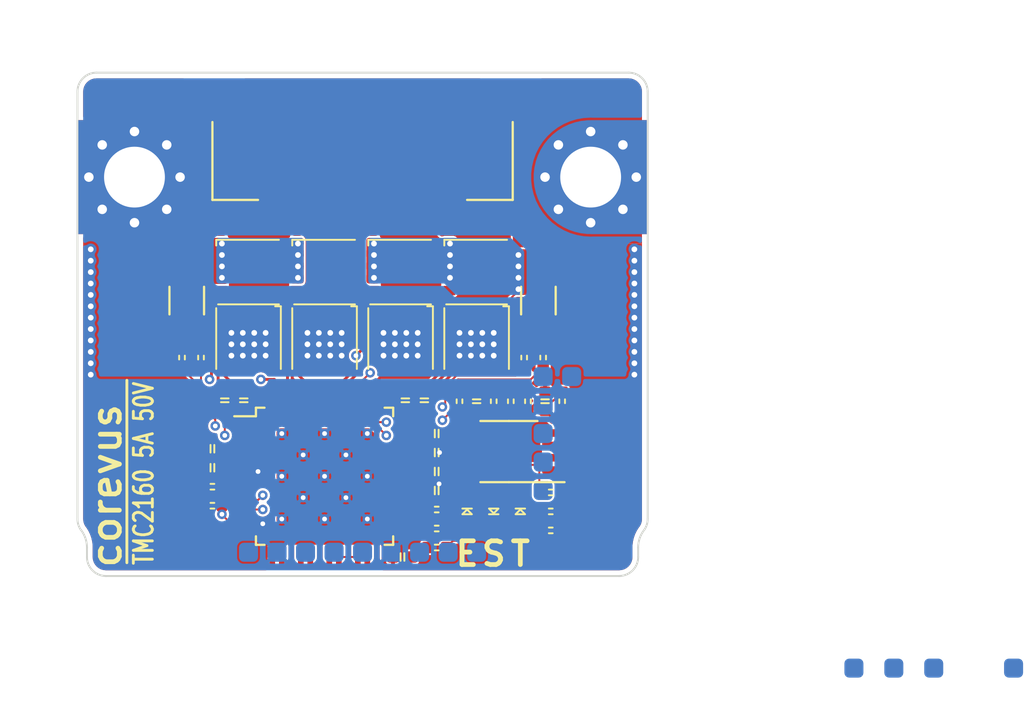
<source format=kicad_pcb>
(kicad_pcb (version 20221018) (generator pcbnew)
  (layers (0 "F.Cu" signal) (1 "In1.Cu" power) (2 "In2.Cu" power) (31 "B.Cu" signal) (34 "B.Paste" user) (35 "F.Paste" user) (36 "B.SilkS" user "B.Silkscreen") (37 "F.SilkS" user "F.Silkscreen") (38 "B.Mask" user) (39 "F.Mask" user) (44 "Edge.Cuts" user))
  (net 0 "")
  (net 1 "Net-(U1-VCP)")
  (net 2 "Net-(U1-CPO)")
  (net 3 "Net-(U1-CPI)")
  (net 4 "GND")
  (net 5 "/Clk")
  (net 6 "/Step")
  (net 7 "/Dir")
  (net 8 "Net-(U1-5VOUT)")
  (net 9 "+12V")
  (net 10 "/Diag0")
  (net 11 "/Diag1")
  (net 12 "/~{En}")
  (net 13 "+48V")
  (net 14 "Net-(U1-CB1)")
  (net 15 "Net-(U1-CB2)")
  (net 16 "/~{CS}")
  (net 17 "/SCK")
  (net 18 "/SDI")
  (net 19 "/SDO")
  (net 20 "/ENCB")
  (net 21 "/ENCA")
  (net 22 "/ENCN")
  (net 23 "VCC")
  (net 24 "Net-(U1-CA1)")
  (net 25 "Net-(D1-K)")
  (net 26 "Net-(U1-CA2)")
  (net 30 "/B1")
  (net 31 "/B2")
  (net 32 "/A1")
  (net 33 "/A2")
  (net 34 "/HB1")
  (net 35 "Net-(Q2-S-Pad1)")
  (net 36 "/LB1")
  (net 37 "/HB2")
  (net 38 "/LB2")
  (net 39 "/HA1")
  (net 40 "Net-(Q6-S-Pad1)")
  (net 41 "/LA1")
  (net 42 "/HA2")
  (net 43 "/LA2")
  (net 44 "/SRBH")
  (net 45 "/SRBL")
  (net 46 "/SRAH")
  (net 47 "/SRAL")
  (net 48 "Net-(U2A--)")
  (net 49 "Net-(D2-K)")
  (net 50 "Net-(U2A-+)")
  (net 51 "/THERM")
  (net 52 "Net-(U1-VCC)")
  (net 53 "Net-(R14-Pad2)")
  (net 54 "Net-(D3-K)")
  (net 55 "Net-(D3-A)")
  (footprint "AlphaLib:0402C" (layer "F.Cu") (at 138.9 79)
    (fp_text reference "C7" hide)
    (fp_text value "100nF 100V")
  )
  (footprint "corevus:MOSFET_DFN8" (layer "F.Cu") (at 141 69.5 -90)
    (fp_text reference "Q8" hide)
    (fp_text value "30N06")
  )
  (footprint "corevus:MOSFET_DFN8" (layer "F.Cu") (at 133 69.5 -90)
    (fp_text reference "Q4" hide)
    (fp_text value "30N06")
  )
  (footprint "corevus:XKB_X3025WRS-04D" (layer "F.Cu") (at 135 60.3)
    (fp_text reference "M1" hide)
    (fp_text value "Micro-Fit 3.0")
  )
  (footprint "corevus:MountingHole_M3_Driver" (layer "F.Cu") (at 147 64.5 -90)
    (fp_text reference "H2" hide)
    (fp_text value "Gnd")
  )
  (footprint "AlphaLib:0603LED" (layer "F.Cu") (at 140.5 82.1 -90)
    (fp_text reference "D1" hide)
    (fp_text value "G")
  )
  (footprint "AlphaLib:0402R" (layer "F.Cu") (at 144.5 74 -90)
    (fp_text reference "R12" hide)
    (fp_text value "47Ω")
  )
  (footprint "AlphaLib:0402C" (layer "F.Cu") (at 138.9 81 180)
    (fp_text reference "C5" hide)
    (fp_text value "1µF")
  )
  (footprint "AlphaLib:0402R" (layer "F.Cu") (at 126.5 74 -90)
    (fp_text reference "R8" hide)
    (fp_text value "47Ω")
  )
  (footprint "AlphaLib:0603LED" (layer "F.Cu") (at 143.3 82.1 -90)
    (fp_text reference "D3" hide)
    (fp_text value "R")
  )
  (footprint "AlphaLib:0402R" (layer "F.Cu") (at 145.5 76.3 -90)
    (fp_text reference "R7" hide)
    (fp_text value "CkΩ")
  )
  (footprint "AlphaLib:0402C" (layer "F.Cu") (at 127.75 76.25 90)
    (fp_text reference "C8" hide)
    (fp_text value "1μF")
  )
  (footprint "corevus:MOSFET_DFN8" (layer "F.Cu") (at 137 73 180)
    (fp_text reference "Q5" hide)
    (fp_text value "30N06")
  )
  (footprint "corevus:MOSFET_DFN8" (layer "F.Cu") (at 129 73 180)
    (fp_text reference "Q1" hide)
    (fp_text value "30N06")
  )
  (footprint "AlphaLib:0402R" (layer "F.Cu") (at 125.5 74 -90)
    (fp_text reference "R9" hide)
    (fp_text value "47Ω")
  )
  (footprint "AlphaLib:0402C" (layer "F.Cu") (at 138.9 80)
    (fp_text reference "C2" hide)
    (fp_text value "22nF 100V")
  )
  (footprint "AlphaLib:0402R" (layer "F.Cu") (at 127.1 80.8 180)
    (fp_text reference "R4" hide)
    (fp_text value "2.2Ω")
  )
  (footprint "AlphaLib:0402R" (layer "F.Cu") (at 140.1 76.3 90)
    (fp_text reference "TH1" hide)
    (fp_text value "10kΩ 3950K")
  )
  (footprint "AlphaLib:0402C" (layer "F.Cu") (at 127.1 78.8 180)
    (fp_text reference "C6" hide)
    (fp_text value "1μF")
  )
  (footprint "AlphaLib:0402R" (layer "F.Cu") (at 127.1 81.8 180)
    (fp_text reference "R3" hide)
    (fp_text value "10kΩ")
  )
  (footprint "AlphaLib:0402C" (layer "F.Cu") (at 127.1 79.8)
    (fp_text reference "C4" hide)
    (fp_text value "1μF")
  )
  (footprint "AlphaLib:0402C" (layer "F.Cu") (at 144.6 76.3 90)
    (fp_text reference "C12" hide)
    (fp_text value "4.7nF")
  )
  (footprint "corevus:MountingHole_M3_Driver" (layer "F.Cu") (at 123 64.5 90)
    (fp_text reference "H1" hide)
    (fp_text value "VM")
  )
  (footprint "AlphaLib:0402C" (layer "F.Cu") (at 138.25 76.25 90)
    (fp_text reference "C11" hide)
    (fp_text value "1μF")
  )
  (footprint "corevus:MOSFET_DFN8" (layer "F.Cu") (at 129 69.5 -90)
    (fp_text reference "Q2" hide)
    (fp_text value "30N06")
  )
  (footprint "AlphaLib:0603LED" (layer "F.Cu") (at 141.9 82.1 90)
    (fp_text reference "D2" hide)
    (fp_text value "Y")
  )
  (footprint "AlphaLib:0402R" (layer "F.Cu") (at 144.9 82.1)
    (fp_text reference "R14" hide)
    (fp_text value "DkΩ")
  )
  (footprint "AlphaLib:0402R" (layer "F.Cu") (at 138.9 84 180)
    (fp_text reference "R16" hide)
    (fp_text value "1kΩ")
  )
  (footprint "corevus:TMCx160" (layer "F.Cu") (at 133 80.25)
    (fp_text reference "U1" hide)
    (fp_text value "TMC2160")
  )
  (footprint "AlphaLib:0402R" (layer "F.Cu") (at 144.9 83.1 180)
    (fp_text reference "R17" hide)
    (fp_text value "200Ω")
  )
  (footprint "AlphaLib:0402R" (layer "F.Cu") (at 141.9 76.3 90)
    (fp_text reference "R20" hide)
    (fp_text value "4.7kΩ")
  )
  (footprint "AlphaLib:0402R" (layer "F.Cu") (at 143.7 76.3 90)
    (fp_text reference "R6" hide)
    (fp_text value "BkΩ")
  )
  (footprint "AlphaLib:0402C" (layer "F.Cu") (at 128.75 76.25 90)
    (fp_text reference "C9" hide)
    (fp_text value "1μF")
  )
  (footprint "corevus:MOSFET_DFN8" (layer "F.Cu") (at 133 73 180)
    (fp_text reference "Q3" hide)
    (fp_text value "30N06")
  )
  (footprint "AlphaLib:0402R" (layer "F.Cu") (at 143.5 74 -90)
    (fp_text reference "R11" hide)
    (fp_text value "47Ω")
  )
  (footprint "corevus:MOSFET_DFN8" (layer "F.Cu") (at 141 73 180)
    (fp_text reference "Q7" hide)
    (fp_text value "30N06")
  )
  (footprint "AlphaLib:0402R" (layer "F.Cu") (at 142.8 76.3 90)
    (fp_text reference "R5" hide)
    (fp_text value "AkΩ")
  )
  (footprint "AlphaLib:0402C" (layer "F.Cu") (at 141 76.3 90)
    (fp_text reference "C13" hide)
    (fp_text value "10nF")
  )
  (footprint "Resistor_SMD:R_1206_3216Metric" (layer "F.Cu") (at 144.25 71 -90)
    (fp_text reference "R13" hide)
    (fp_text value "30mΩ")
  )
  (footprint "AlphaLib:0402R" (layer "F.Cu") (at 144.9 81.1 180)
    (fp_text reference "R15" hide)
    (fp_text value "EkΩ")
  )
  (footprint "corevus:MOSFET_DFN8" (layer "F.Cu") (at 137 69.5 -90)
    (fp_text reference "Q6" hide)
    (fp_text value "30N06")
  )
  (footprint "AlphaLib:0402C" (layer "F.Cu") (at 137.1 84.5)
    (fp_text reference "C3" hide)
    (fp_text value "1µF")
  )
  (footprint "AlphaLib:0402R" (layer "F.Cu") (at 138.9 82 180)
    (fp_text reference "R1" hide)
    (fp_text value "1kΩ")
  )
  (footprint "AlphaLib:0402C" (layer "F.Cu") (at 137.25 76.25 90)
    (fp_text reference "C10" hide)
    (fp_text value "1μF")
  )
  (footprint "Package_SO:MSOP-8_3x3mm_P0.65mm" (layer "F.Cu") (at 142.7 78.95 180)
    (fp_text reference "U2" hide)
    (fp_text value "LM393")
  )
  (footprint "AlphaLib:0402R" (layer "F.Cu") (at 138.9 83)
    (fp_text reference "R2" hide)
    (fp_text value "10kΩ")
  )
  (footprint "Resistor_SMD:R_1206_3216Metric" (layer "F.Cu") (at 125.75 71 -90)
    (fp_text reference "R10" hide)
    (fp_text value "30mΩ")
  )
  (footprint "AlphaLib:0402C" (layer "F.Cu") (at 138.9 78)
    (fp_text reference "C1" hide)
    (fp_text value "100nF 16V")
  )
  (footprint "corevus:LGA_Land" (layer "B.Cu") (at 162.95 90.35 180)
    (fp_text reference "T20" hide)
    (fp_text value "ENCB")
  )
  (footprint "corevus:LGA_Land" (layer "B.Cu") (at 130.5 84.25 180)
    (fp_text reference "T1" hide)
    (fp_text value "GND")
  )
  (footprint "corevus:LGA_Land" (layer "B.Cu") (at 169.25 90.35 180)
    (fp_text reference "T17" hide)
    (fp_text value "DIAG0")
  )
  (footprint "corevus:LGA_Land" (layer "B.Cu") (at 139.5 84.25 180)
    (fp_text reference "T8" hide)
    (fp_text value "VCC")
  )
  (footprint "corevus:LGA_Land" (layer "B.Cu") (at 144.5 81 90)
    (fp_text reference "T10" hide)
    (fp_text value "CS0")
  )
  (footprint "corevus:LGA_Land" (layer "B.Cu") (at 135 84.25 180)
    (fp_text reference "T7" hide)
    (fp_text value "SDO")
  )
  (footprint "corevus:LGA_Land" (layer "B.Cu") (at 144.5 79.500001 90)
    (fp_text reference "T14" hide)
    (fp_text value "EN")
  )
  (footprint "corevus:LGA_Land" (layer "B.Cu") (at 146 75 -90)
    (fp_text reference "T18" hide)
    (fp_text value "DIAG1")
  )
  (footprint "corevus:LGA_Land" (layer "B.Cu") (at 160.85 90.35 180)
    (fp_text reference "T21" hide)
    (fp_text value "ENCN")
  )
  (footprint "corevus:LGA_Land" (layer "B.Cu") (at 138 84.25 180)
    (fp_text reference "T6" hide)
    (fp_text value "SDI")
  )
  (footprint "corevus:LGA_Land" (layer "B.Cu") (at 144.5 78 90)
    (fp_text reference "T13" hide)
    (fp_text value "DIR")
  )
  (footprint "corevus:LGA_Land" (layer "B.Cu") (at 132 84.25 180)
    (fp_text reference "T3" hide)
    (fp_text value "12V")
  )
  (footprint "corevus:LGA_Land" (layer "B.Cu") (at 129 84.25 180)
    (fp_text reference "T2" hide)
    (fp_text value "CLK")
  )
  (footprint "corevus:LGA_Land" (layer "B.Cu") (at 144.5 75 90)
    (fp_text reference "T11" hide)
    (fp_text value "STEP")
  )
  (footprint "corevus:LGA_Land" (layer "B.Cu") (at 133.5 84.25 180)
    (fp_text reference "T4" hide)
    (fp_text value "SCK")
  )
  (footprint "corevus:LGA_Land" (layer "B.Cu") (at 136.5 84.25 180)
    (fp_text reference "T5" hide)
    (fp_text value "GND")
  )
  (footprint "corevus:LGA_Land" (layer "B.Cu") (at 144.5 76.5 90)
    (fp_text reference "T12" hide)
    (fp_text value "GND")
  )
  (footprint "corevus:LGA_Land" (layer "B.Cu") (at 165.05 90.35 180)
    (fp_text reference "T19" hide)
    (fp_text value "ENCA")
  )
  (footprint "corevus:LGA_Land" (layer "B.Cu") (at 141 84.25 180)
    (fp_text reference "T9" hide)
    (fp_text value "Therm")
  )
  (gr_line (start 122.6 84.8) (end 122.6 75.2) (stroke (width 0.15)) (layer "F.SilkS"))
  (gr_line (start 121 59) (end 149 59) (stroke (width 0.1)) (layer "Edge.Cuts"))
  (gr_arc (start 150 82.5) (mid 149.957092 82.789784) (end 149.83205 83.0547) (stroke (width 0.1)) (layer "Edge.Cuts"))
  (gr_arc (start 120 60) (mid 120.292893 59.292893) (end 121 59) (stroke (width 0.1)) (layer "Edge.Cuts"))
  (gr_line (start 120 82.5) (end 120 60) (stroke (width 0.1)) (layer "Edge.Cuts"))
  (gr_line (start 148.5 85.5) (end 121.5 85.5) (stroke (width 0.1)) (layer "Edge.Cuts"))
  (gr_line (start 120.5 84) (end 120.5 84.5) (stroke (width 0.1)) (layer "Edge.Cuts"))
  (gr_line (start 150 60) (end 150 82.5) (stroke (width 0.1)) (layer "Edge.Cuts"))
  (gr_arc (start 149.5 84) (mid 149.585426 83.499038) (end 149.83205 83.0547) (stroke (width 0.1)) (layer "Edge.Cuts"))
  (gr_line (start 149.5 84) (end 149.5 84.5) (stroke (width 0.1)) (layer "Edge.Cuts"))
  (gr_arc (start 120.16795 83.0547) (mid 120.414573 83.499039) (end 120.5 84) (stroke (width 0.1)) (layer "Edge.Cuts"))
  (gr_arc (start 120.16795 83.0547) (mid 120.042908 82.789784) (end 120 82.5) (stroke (width 0.1)) (layer "Edge.Cuts"))
  (gr_arc (start 121.5 85.5) (mid 120.792893 85.207107) (end 120.5 84.5) (stroke (width 0.1)) (layer "Edge.Cuts"))
  (gr_arc (start 149 59) (mid 149.707107 59.292893) (end 150 60) (stroke (width 0.1)) (layer "Edge.Cuts"))
  (gr_arc (start 149.5 84.5) (mid 149.207107 85.207106) (end 148.500001 85.5) (stroke (width 0.1)) (layer "Edge.Cuts"))
  (gr_text "T" (at 143.3 83.6) (layer "F.SilkS") (effects (font (size 1.25 1.25) (thickness 0.25) bold) (justify top)))
  (gr_text "E" (at 140.5 83.6) (layer "F.SilkS") (effects (font (size 1.25 1.25) (thickness 0.25) bold) (justify top)))
  (gr_text "S" (at 141.9 83.6) (layer "F.SilkS") (effects (font (size 1.25 1.25) (thickness 0.25) bold) (justify top)))
  (gr_text "corevus" (at 122.4 85.2 90) (layer "F.SilkS") (effects (font (size 1.5 1.5) (thickness 0.25) bold) (justify left bottom)))
  (gr_text "TMC2160 5A 50V" (at 122.9 85 90) (layer "F.SilkS") (effects (font (size 1 0.75)) (justify left top)))
  (segment (start 137.25 78.5) (end 137.9 78.5) (width 0.15) (layer "F.Cu") (net 1))
  (segment (start 137.9 78.5) (end 138.4 78) (width 0.15) (layer "F.Cu") (net 1))
  (segment (start 137.25 80) (end 138.4 80) (width 0.15) (layer "F.Cu") (net 2))
  (segment (start 137.25 79.5) (end 138.9 79.5) (width 0.15) (layer "F.Cu") (net 3))
  (segment (start 138.9 79.5) (end 139.4 80) (width 0.15) (layer "F.Cu") (net 3))
  (segment (start 128.75 82.5) (end 129.5 82.5) (width 0.1) (layer "F.Cu") (net 4))
  (segment (start 129.5 82.5) (end 129.75 82.75) (width 0.1) (layer "F.Cu") (net 4))
  (segment (start 139.4 79) (end 139.05 79) (width 0.1) (layer "F.Cu") (net 4))
  (segment (start 128.75 80) (end 129.5 80) (width 0.1) (layer "F.Cu") (net 4))
  (via (at 149.3 72.5) (size 0.6) (drill 0.3) (layers "F.Cu" "B.Cu") (net 4))
  (via (at 139.05 79) (size 0.5) (drill 0.25) (layers "F.Cu" "B.Cu") (net 4))
  (via (at 129.5 80) (size 0.5) (drill 0.25) (layers "F.Cu" "B.Cu") (net 4))
  (via (at 149.3 68.3) (size 0.6) (drill 0.3) (layers "F.Cu" "B.Cu") (net 4))
  (via (at 120.7 72.5) (size 0.6) (drill 0.3) (layers "F.Cu" "B.Cu") (net 4))
  (via (at 120.7 68.3) (size 0.6) (drill 0.3) (layers "F.Cu" "B.Cu") (net 4))
  (via (at 120.7 69.5) (size 0.6) (drill 0.3) (layers "F.Cu" "B.Cu") (net 4))
  (via (at 120.7 70.7) (size 0.6) (drill 0.3) (layers "F.Cu" "B.Cu") (net 4))
  (via (at 149.3 73.7) (size 0.6) (drill 0.3) (layers "F.Cu" "B.Cu") (net 4))
  (via (at 149.3 70.7) (size 0.6) (drill 0.3) (layers "F.Cu" "B.Cu") (net 4))
  (via (at 149.3 69.5) (size 0.6) (drill 0.3) (layers "F.Cu" "B.Cu") (net 4))
  (via (at 120.7 68.9) (size 0.6) (drill 0.3) (layers "F.Cu" "B.Cu") (net 4))
  (via (at 120.7 70.1) (size 0.6) (drill 0.3) (layers "F.Cu" "B.Cu") (net 4))
  (via (at 120.7 73.7) (size 0.6) (drill 0.3) (layers "F.Cu" "B.Cu") (net 4))
  (via (at 149.3 68.9) (size 0.6) (drill 0.3) (layers "F.Cu" "B.Cu") (net 4))
  (via (at 149.3 74.9) (size 0.6) (drill 0.3) (layers "F.Cu" "B.Cu") (net 4))
  (via (at 139.025 80.65) (size 0.5) (drill 0.25) (layers "F.Cu" "B.Cu") (net 4))
  (via (at 149.3 71.3) (size 0.6) (drill 0.3) (layers "F.Cu" "B.Cu") (net 4))
  (via (at 120.7 71.3) (size 0.6) (drill 0.3) (layers "F.Cu" "B.Cu") (net 4))
  (via (at 120.7 71.9) (size 0.6) (drill 0.3) (layers "F.Cu" "B.Cu") (net 4))
  (via (at 149.3 70.1) (size 0.6) (drill 0.3) (layers "F.Cu" "B.Cu") (net 4))
  (via (at 149.3 71.9) (size 0.6) (drill 0.3) (layers "F.Cu" "B.Cu") (net 4))
  (via (at 149.3 74.3) (size 0.6) (drill 0.3) (layers "F.Cu" "B.Cu") (net 4))
  (via (at 120.7 74.9) (size 0.6) (drill 0.3) (layers "F.Cu" "B.Cu") (net 4))
  (via (at 120.7 73.1) (size 0.6) (drill 0.3) (layers "F.Cu" "B.Cu") (net 4))
  (via (at 129.75 82.75) (size 0.5) (drill 0.25) (layers "F.Cu" "B.Cu") (net 4))
  (via (at 149.3 73.1) (size 0.6) (drill 0.3) (layers "F.Cu" "B.Cu") (net 4))
  (via (at 120.7 74.3) (size 0.6) (drill 0.3) (layers "F.Cu" "B.Cu") (net 4))
  (segment (start 127.6 82.25) (end 127.6 82.268198) (width 0.1) (layer "F.Cu") (net 5))
  (segment (start 127.6 82.268198) (end 128.331802 83) (width 0.1) (layer "F.Cu") (net 5))
  (segment (start 128.331802 83) (end 128.75 83) (width 0.1) (layer "F.Cu") (net 5))
  (segment (start 127.6 82.25) (end 127.6 81.8) (width 0.1) (layer "F.Cu") (net 5))
  (via (at 127.6 82.25) (size 0.5) (drill 0.25) (layers "F.Cu" "B.Cu") (net 5))
  (segment (start 127.6 80.8) (end 127.6 79.8) (width 0.1) (layer "F.Cu") (net 8))
  (segment (start 128.75 79.5) (end 127.9 79.5) (width 0.1) (layer "F.Cu") (net 8))
  (segment (start 127.9 79.5) (end 127.6 79.8) (width 0.1) (layer "F.Cu") (net 8))
  (segment (start 127.9 78.5) (end 127.6 78.8) (width 0.1) (layer "F.Cu") (net 9))
  (segment (start 128.75 78.5) (end 127.9 78.5) (width 0.1) (layer "F.Cu") (net 9))
  (segment (start 127.8 79) (end 127.6 78.8) (width 0.1) (layer "F.Cu") (net 9))
  (segment (start 128.75 79) (end 127.8 79) (width 0.1) (layer "F.Cu") (net 9))
  (segment (start 128.75 78.5) (end 128.75 79) (width 0.1) (layer "F.Cu") (net 9))
  (segment (start 137.25 81.5) (end 137.35 81.6) (width 0.1) (layer "F.Cu") (net 12))
  (segment (start 138.4 82) (end 139.4 83) (width 0.1) (layer "F.Cu") (net 12))
  (segment (start 138 81.6) (end 138.4 82) (width 0.1) (layer "F.Cu") (net 12))
  (segment (start 137.35 81.6) (end 138 81.6) (width 0.1) (layer "F.Cu") (net 12))
  (segment (start 138.85 78) (end 138.85 78.55) (width 0.15) (layer "F.Cu") (net 13))
  (segment (start 139.4 78) (end 138.85 78) (width 0.15) (layer "F.Cu") (net 13))
  (segment (start 137.25 79) (end 138.4 79) (width 0.15) (layer "F.Cu") (net 13))
  (segment (start 138.975 75.595404) (end 138.975 76.142464) (width 0.15) (layer "F.Cu") (net 13))
  (segment (start 138.725 77.56109) (end 138.85 77.68609) (width 0.15) (layer "F.Cu") (net 13))
  (segment (start 140.025 74.45) (end 140.025 74.545404) (width 0.15) (layer "F.Cu") (net 13))
  (segment (start 138.975 76.142464) (end 138.725 76.392464) (width 0.15) (layer "F.Cu") (net 13))
  (segment (start 138.85 77.68609) (end 138.85 78) (width 0.15) (layer "F.Cu") (net 13))
  (segment (start 138.725 76.392464) (end 138.725 77.56109) (width 0.15) (layer "F.Cu") (net 13))
  (segment (start 140.025 74.545404) (end 138.975 75.595404) (width 0.15) (layer "F.Cu") (net 13))
  (segment (start 138.85 78.55) (end 138.4 79) (width 0.15) (layer "F.Cu") (net 13))
  (via (at 140.1 73.3) (size 0.6) (drill 0.3) (layers "F.Cu" "B.Cu") (net 13))
  (via (at 133.9 72.7) (size 0.6) (drill 0.3) (layers "F.Cu" "B.Cu") (net 13))
  (via (at 129.3 73.9) (size 0.6) (drill 0.3) (layers "F.Cu" "B.Cu") (net 13))
  (via (at 137.9 73.3) (size 0.6) (drill 0.3) (layers "F.Cu" "B.Cu") (net 13))
  (via (at 129.3 72.7) (size 0.6) (drill 0.3) (layers "F.Cu" "B.Cu") (net 13))
  (via (at 137.9 73.9) (size 0.6) (drill 0.3) (layers "F.Cu" "B.Cu") (net 13))
  (via (at 132.1 73.9) (size 0.6) (drill 0.3) (layers "F.Cu" "B.Cu") (net 13))
  (via (at 128.7 73.3) (size 0.6) (drill 0.3) (layers "F.Cu" "B.Cu") (net 13))
  (via (at 128.1 73.3) (size 0.6) (drill 0.3) (layers "F.Cu" "B.Cu") (net 13))
  (via (at 128.7 72.7) (size 0.6) (drill 0.3) (layers "F.Cu" "B.Cu") (net 13))
  (via (at 137.9 72.7) (size 0.6) (drill 0.3) (layers "F.Cu" "B.Cu") (net 13))
  (via (at 137.3 73.3) (size 0.6) (drill 0.3) (layers "F.Cu" "B.Cu") (net 13))
  (via (at 136.7 72.7) (size 0.6) (drill 0.3) (layers "F.Cu" "B.Cu") (net 13))
  (via (at 141.3 73.3) (size 0.6) (drill 0.3) (layers "F.Cu" "B.Cu") (net 13))
  (via (at 129.3 73.3) (size 0.6) (drill 0.3) (layers "F.Cu" "B.Cu") (net 13))
  (via (at 136.1 72.7) (size 0.6) (drill 0.3) (layers "F.Cu" "B.Cu") (net 13))
  (via (at 133.3 73.3) (size 0.6) (drill 0.3) (layers "F.Cu" "B.Cu") (net 13))
  (via (at 129.9 73.9) (size 0.6) (drill 0.3) (layers "F.Cu" "B.Cu") (net 13))
  (via (at 129.9 72.7) (size 0.6) (drill 0.3) (layers "F.Cu" "B.Cu") (net 13))
  (via (at 128.7 73.9) (size 0.6) (drill 0.3) (layers "F.Cu" "B.Cu") (net 13))
  (via (at 137.3 72.7) (size 0.6) (drill 0.3) (layers "F.Cu" "B.Cu") (net 13))
  (via (at 141.3 72.7) (size 0.6) (drill 0.3) (layers "F.Cu" "B.Cu") (net 13))
  (via (at 133.3 73.9) (size 0.6) (drill 0.3) (layers "F.Cu" "B.Cu") (net 13))
  (via (at 141.9 72.7) (size 0.6) (drill 0.3) (layers "F.Cu" "B.Cu") (net 13))
  (via (at 136.1 73.3) (size 0.6) (drill 0.3) (layers "F.Cu" "B.Cu") (net 13))
  (via (at 132.7 73.9) (size 0.6) (drill 0.3) (layers "F.Cu" "B.Cu") (net 13))
  (via (at 132.7 72.7) (size 0.6) (drill 0.3) (layers "F.Cu" "B.Cu") (net 13))
  (via (at 140.7 73.9) (size 0.6) (drill 0.3) (layers "F.Cu" "B.Cu") (net 13))
  (via (at 129.9 73.3) (size 0.6) (drill 0.3) (layers "F.Cu" "B.Cu") (net 13))
  (via (at 136.1 73.9) (size 0.6) (drill 0.3) (layers "F.Cu" "B.Cu") (net 13))
  (via (at 133.9 73.9) (size 0.6) (drill 0.3) (layers "F.Cu" "B.Cu") (net 13))
  (via (at 128.1 73.9) (size 0.6) (drill 0.3) (layers "F.Cu" "B.Cu") (net 13))
  (via (at 140.1 72.7) (size 0.6) (drill 0.3) (layers "F.Cu" "B.Cu") (net 13))
  (via (at 137.3 73.9) (size 0.6) (drill 0.3) (layers "F.Cu" "B.Cu") (net 13))
  (via (at 140.1 73.9) (size 0.6) (drill 0.3) (layers "F.Cu" "B.Cu") (net 13))
  (via (at 132.7 73.3) (size 0.6) (drill 0.3) (layers "F.Cu" "B.Cu") (net 13))
  (via (at 132.1 73.3) (size 0.6) (drill 0.3) (layers "F.Cu" "B.Cu") (net 13))
  (via (at 141.9 73.3) (size 0.6) (drill 0.3) (layers "F.Cu" "B.Cu") (net 13))
  (via (at 133.3 72.7) (size 0.6) (drill 0.3) (layers "F.Cu" "B.Cu") (net 13))
  (via (at 132.1 72.7) (size 0.6) (drill 0.3) (layers "F.Cu" "B.Cu") (net 13))
  (via (at 136.7 73.9) (size 0.6) (drill 0.3) (layers "F.Cu" "B.Cu") (net 13))
  (via (at 140.7 73.3) (size 0.6) (drill 0.3) (layers "F.Cu" "B.Cu") (net 13))
  (via (at 140.7 72.7) (size 0.6) (drill 0.3) (layers "F.Cu" "B.Cu") (net 13))
  (via (at 141.9 73.9) (size 0.6) (drill 0.3) (layers "F.Cu" "B.Cu") (net 13))
  (via (at 141.3 73.9) (size 0.6) (drill 0.3) (layers "F.Cu" "B.Cu") (net 13))
  (via (at 136.7 73.3) (size 0.6) (drill 0.3) (layers "F.Cu" "B.Cu") (net 13))
  (via (at 128.1 72.7) (size 0.6) (drill 0.3) (layers "F.Cu" "B.Cu") (net 13))
  (via (at 133.9 73.3) (size 0.6) (drill 0.3) (layers "F.Cu" "B.Cu") (net 13))
  (segment (start 127.975 77.678554) (end 127.975 76.975) (width 0.15) (layer "F.Cu") (net 14))
  (segment (start 128.75 78) (end 128.296446 78) (width 0.15) (layer "F.Cu") (net 14))
  (segment (start 127.975 76.975) (end 127.75 76.75) (width 0.15) (layer "F.Cu") (net 14))
  (segment (start 128.296446 78) (end 127.975 77.678554) (width 0.15) (layer "F.Cu") (net 14))
  (segment (start 132.75 76.45) (end 132.25 76.95) (width 0.1) (layer "F.Cu") (net 15))
  (segment (start 132.75 76) (end 132.75 76.45) (width 0.1) (layer "F.Cu") (net 15))
  (segment (start 128.95 76.95) (end 128.75 76.75) (width 0.1) (layer "F.Cu") (net 15))
  (segment (start 132.25 76.95) (end 128.95 76.95) (width 0.1) (layer "F.Cu") (net 15))
  (segment (start 141.9 75.8) (end 142.35 76.25) (width 0.1) (layer "F.Cu") (net 23))
  (segment (start 134.75 84.5) (end 134.25 84.5) (width 0.1) (layer "F.Cu") (net 23))
  (segment (start 140.45 82.85) (end 139.85 83.45) (width 0.1) (layer "F.Cu") (net 23))
  (segment (start 134.25 84.5) (end 133.75 84.5) (width 0.1) (layer "F.Cu") (net 23))
  (segment (start 141.85 81.45) (end 141.9 81.45) (width 0.1) (layer "F.Cu") (net 23))
  (segment (start 142.35 76.25) (end 142.35 76.9) (width 0.1) (layer "F.Cu") (net 23))
  (segment (start 142.35 76.25) (end 142.8 75.8) (width 0.1) (layer "F.Cu") (net 23))
  (segment (start 140.5 82.85) (end 140.45 82.85) (width 0.1) (layer "F.Cu") (net 23))
  (segment (start 140.5 82.8) (end 141.85 81.45) (width 0.1) (layer "F.Cu") (net 23))
  (segment (start 142.65 82.1) (end 141.9 81.35) (width 0.1) (layer "F.Cu") (net 23))
  (segment (start 138.85 83.45) (end 138.4 83) (width 0.1) (layer "F.Cu") (net 23))
  (segment (start 140.9 80.35) (end 140.9 80) (width 0.1) (layer "F.Cu") (net 23))
  (segment (start 144.4 82.1) (end 142.65 82.1) (width 0.1) (layer "F.Cu") (net 23))
  (segment (start 139.85 83.45) (end 138.85 83.45) (width 0.1) (layer "F.Cu") (net 23))
  (segment (start 140.5 82.85) (end 140.5 82.8) (width 0.1) (layer "F.Cu") (net 23))
  (segment (start 144.4 82.1) (end 145.4 83.1) (width 0.1) (layer "F.Cu") (net 23))
  (segment (start 141.9 81.35) (end 140.9 80.35) (width 0.1) (layer "F.Cu") (net 23))
  (segment (start 133.75 76.95) (end 137.05 76.95) (width 0.1) (layer "F.Cu") (net 24))
  (segment (start 137.05 76.95) (end 137.25 76.75) (width 0.1) (layer "F.Cu") (net 24))
  (segment (start 133.25 76.45) (end 133.75 76.95) (width 0.1) (layer "F.Cu") (net 24))
  (segment (start 133.25 76) (end 133.25 76.45) (width 0.1) (layer "F.Cu") (net 24))
  (segment (start 139.4 82) (end 139.85 82) (width 0.1) (layer "F.Cu") (net 25))
  (segment (start 139.85 82) (end 140.5 81.35) (width 0.1) (layer "F.Cu") (net 25))
  (segment (start 138 77.7) (end 138 76.8) (width 0.1) (layer "F.Cu") (net 26))
  (segment (start 137.7 78) (end 138 77.7) (width 0.1) (layer "F.Cu") (net 26))
  (segment (start 137.25 78) (end 137.7 78) (width 0.1) (layer "F.Cu") (net 26))
  (segment (start 128.08609 75.3) (end 128.2 75.3) (width 0.15) (layer "F.Cu") (net 30))
  (segment (start 129.06391 75.3) (end 129.36391 75.6) (width 0.15) (layer "F.Cu") (net 30))
  (segment (start 128.2 75.3) (end 129.06391 75.3) (width 0.15) (layer "F.Cu") (net 30))
  (segment (start 128.675 71.55) (end 128.675 71.68891) (width 0.15) (layer "F.Cu") (net 30))
  (segment (start 127.75 75.7) (end 128.15 75.3) (width 0.15) (layer "F.Cu") (net 30))
  (segment (start 127.55 74.76391) (end 128.08609 75.3) (width 0.15) (layer "F.Cu") (net 30))
  (segment (start 127.55 72.364438) (end 127.55 74.76391) (width 0.15) (layer "F.Cu") (net 30))
  (segment (start 127.839438 72.075) (end 127.55 72.364438) (width 0.15) (layer "F.Cu") (net 30))
  (segment (start 128.675 71.68891) (end 128.28891 72.075) (width 0.15) (layer "F.Cu") (net 30))
  (segment (start 128.15 75.3) (end 128.2 75.3) (width 0.15) (layer "F.Cu") (net 30))
  (segment (start 128.28891 72.075) (end 127.839438 72.075) (width 0.15) (layer "F.Cu") (net 30))
  (segment (start 129.36391 75.6) (end 130.25 75.6) (width 0.15) (layer "F.Cu") (net 30))
  (segment (start 127.75 75.75) (end 127.75 75.7) (width 0.15) (layer "F.Cu") (net 30))
  (segment (start 131.428554 75.225) (end 131.75 75.546446) (width 0.15) (layer "F.Cu") (net 31))
  (segment (start 131.76109 71.025) (end 131.6 71.18609) (width 0.15) (layer "F.Cu") (net 31))
  (segment (start 131.6 71.696446) (end 131.3 71.996446) (width 0.15) (layer "F.Cu") (net 31))
  (segment (start 132.25 71.025) (end 131.76109 71.025) (width 0.15) (layer "F.Cu") (net 31))
  (segment (start 131.3 75.1) (end 131.425 75.225) (width 0.15) (layer "F.Cu") (net 31))
  (segment (start 131.75 76.45) (end 131.45 76.75) (width 0.1) (layer "F.Cu") (net 31))
  (segment (start 131.45 76.75) (end 129.75 76.75) (width 0.1) (layer "F.Cu") (net 31))
  (segment (start 131.3 71.996446) (end 131.3 75.1) (width 0.15) (layer "F.Cu") (net 31))
  (segment (start 129.75 76.75) (end 128.75 75.75) (width 0.1) (layer "F.Cu") (net 31))
  (segment (start 131.425 75.225) (end 131.428554 75.225) (width 0.15) (layer "F.Cu") (net 31))
  (segment (start 131.75 76) (end 131.75 76.45) (width 0.1) (layer "F.Cu") (net 31))
  (segment (start 131.75 75.546446) (end 131.75 76) (width 0.15) (layer "F.Cu") (net 31))
  (segment (start 131.6 71.18609) (end 131.6 71.696446) (width 0.15) (layer "F.Cu") (net 31))
  (segment (start 134.25 76.45) (end 134.55 76.75) (width 0.1) (layer "F.Cu") (net 32))
  (segment (start 134.55 76.75) (end 136.25 76.75) (width 0.1) (layer "F.Cu") (net 32))
  (segment (start 135.55 72.364438) (end 135.55 74.013604) (width 0.15) (layer "F.Cu") (net 32))
  (segment (start 136.28891 72.075) (end 135.839438 72.075) (width 0.15) (layer "F.Cu") (net 32))
  (segment (start 136.675 71.55) (end 136.675 71.68891) (width 0.15) (layer "F.Cu") (net 32))
  (segment (start 136.25 76.75) (end 137.25 75.75) (width 0.1) (layer "F.Cu") (net 32))
  (segment (start 136.675 71.68891) (end 136.28891 72.075) (width 0.15) (layer "F.Cu") (net 32))
  (segment (start 134.95 74.613603) (end 134.95 74.617464) (width 0.15) (layer "F.Cu") (net 32))
  (segment (start 135.839438 72.075) (end 135.55 72.364438) (width 0.15) (layer "F.Cu") (net 32))
  (segment (start 134.25 76) (end 134.25 76.45) (width 0.1) (layer "F.Cu") (net 32))
  (segment (start 135.55 74.013604) (end 134.95 74.613603) (width 0.15) (layer "F.Cu") (net 32))
  (segment (start 134.25 75.317464) (end 134.25 76) (width 0.15) (layer "F.Cu") (net 32))
  (segment (start 134.95 74.617464) (end 134.25 75.317464) (width 0.15) (layer "F.Cu") (net 32))
  (segment (start 136.028554 75.3) (end 137.8 75.3) (width 0.15) (layer "F.Cu") (net 33))
  (segment (start 139.25 71.971446) (end 139.6 71.621446) (width 0.15) (layer "F.Cu") (net 33))
  (segment (start 139.6 71.621446) (end 139.6 70.9) (width 0.15) (layer "F.Cu") (net 33))
  (segment (start 135.75 75.578554) (end 136.028554 75.3) (width 0.15) (layer "F.Cu") (net 33))
  (segment (start 139.25 74.613296) (end 139.25 71.971446) (width 0.15) (layer "F.Cu") (net 33))
  (segment (start 137.8 75.3) (end 138.25 75.75) (width 0.15) (layer "F.Cu") (net 33))
  (segment (start 135.75 76) (end 135.75 75.578554) (width 0.15) (layer "F.Cu") (net 33))
  (segment (start 138.475 75.525) (end 138.475 75.388298) (width 0.15) (layer "F.Cu") (net 33))
  (segment (start 138.25 75.75) (end 138.475 75.525) (width 0.15) (layer "F.Cu") (net 33))
  (segment (start 138.475 75.388298) (end 139.25 74.613296) (width 0.15) (layer "F.Cu") (net 33))
  (segment (start 127.275 76.03891) (end 127.275 75.461397) (width 0.15) (layer "F.Cu") (net 34))
  (segment (start 128.01391 76.25) (end 127.48609 76.25) (width 0.15) (layer "F.Cu") (net 34))
  (segment (start 127.4 74.967464) (end 127.3 74.867463) (width 0.15) (layer "F.Cu") (net 34))
  (segment (start 127.48609 76.25) (end 127.275 76.03891) (width 0.15) (layer "F.Cu") (net 34))
  (segment (start 127.3 74.867463) (end 127.3 72.260885) (width 0.15) (layer "F.Cu") (net 34))
  (segment (start 127.4 75.336397) (end 127.4 74.967464) (width 0.15) (layer "F.Cu") (net 34))
  (segment (start 128.25 77.5) (end 128.25 76.48609) (width 0.15) (layer "F.Cu") (net 34))
  (segment (start 128.25 76.48609) (end 128.01391 76.25) (width 0.15) (layer "F.Cu") (net 34))
  (segment (start 127.3 72.260885) (end 128.010884 71.55) (width 0.15) (layer "F.Cu") (net 34))
  (segment (start 128.010884 71.55) (end 128.025 71.55) (width 0.15) (layer "F.Cu") (net 34))
  (segment (start 127.275 75.461397) (end 127.4 75.336397) (width 0.15) (layer "F.Cu") (net 34))
  (segment (start 127.05 71.839132) (end 127.05 69.95) (width 0.1) (layer "F.Cu") (net 35))
  (segment (start 126.5 73.5) (end 126.825 73.175) (width 0.1) (layer "F.Cu") (net 35))
  (segment (start 126.825 73.175) (end 126.825 72.064132) (width 0.1) (layer "F.Cu") (net 35))
  (segment (start 126.825 72.064132) (end 127.05 71.839132) (width 0.1) (layer "F.Cu") (net 35))
  (segment (start 127.05 69.95) (end 127.1 69.9) (width 0.1) (layer "F.Cu") (net 35))
  (via (at 127.6005 68.6) (size 0.6) (drill 0.3) (layers "F.Cu" "B.Cu") (net 35))
  (via (at 127.6 69.2) (size 0.6) (drill 0.3) (layers "F.Cu" "B.Cu") (net 35))
  (via (at 131.6005 68.6) (size 0.6) (drill 0.3) (layers "F.Cu" "B.Cu") (net 35))
  (via (at 131.6 69.8) (size 0.6) (drill 0.3) (layers "F.Cu" "B.Cu") (net 35))
  (via (at 127.6 68) (size 0.6) (drill 0.3) (layers "F.Cu" "B.Cu") (net 35))
  (via (at 131.6 68) (size 0.6) (drill 0.3) (layers "F.Cu" "B.Cu") (net 35))
  (via (at 131.6 69.2) (size 0.6) (drill 0.3) (layers "F.Cu" "B.Cu") (net 35))
  (via (at 127.6 69.8) (size 0.6) (drill 0.3) (layers "F.Cu" "B.Cu") (net 35))
  (segment (start 127.05 75.05) (end 127.05 72.15733) (width 0.15) (layer "F.Cu") (net 36))
  (segment (start 126.95 75.15) (end 127.05 75.05) (width 0.15) (layer "F.Cu") (net 36))
  (segment (start 129.65 75.15) (end 130.353554 75.15) (width 0.15) (layer "F.Cu") (net 36))
  (segment (start 127.55 71.65733) (end 127.55 70.475) (width 0.15) (layer "F.Cu") (net 36))
  (segment (start 127.05 72.15733) (end 127.55 71.65733) (width 0.15) (layer "F.Cu") (net 36))
  (segment (start 130.353554 75.15) (end 130.75 75.546446) (width 0.15) (layer "F.Cu") (net 36))
  (segment (start 130.75 75.546446) (end 130.75 76) (width 0.15) (layer "F.Cu") (net 36))
  (via (at 129.65 75.15) (size 0.5) (drill 0.25) (layers "F.Cu" "B.Cu") (net 36))
  (via (at 126.95 75.15) (size 0.5) (drill 0.25) (layers "F.Cu" "B.Cu") (net 36))
  (segment (start 132.25 75.546446) (end 131.55 74.846446) (width 0.15) (layer "F.Cu") (net 37))
  (segment (start 132.25 76) (end 132.25 75.546446) (width 0.15) (layer "F.Cu") (net 37))
  (segment (start 131.55 74.846446) (end 131.55 72.1) (width 0.15) (layer "F.Cu") (net 37))
  (segment (start 131.55 72.1) (end 132 71.65) (width 0.15) (layer "F.Cu") (net 37))
  (segment (start 131.25 75.55) (end 131.05 75.35) (width 0.15) (layer "F.Cu") (net 38))
  (segment (start 131.35 71.592892) (end 131.35 70.675) (width 0.15) (layer "F.Cu") (net 38))
  (segment (start 131.35 70.675) (end 131.55 70.475) (width 0.15) (layer "F.Cu") (net 38))
  (segment (start 131.05 75.35) (end 131.05 71.892892) (width 0.15) (layer "F.Cu") (net 38))
  (segment (start 131.05 71.892892) (end 131.35 71.592892) (width 0.15) (layer "F.Cu") (net 38))
  (segment (start 131.25 76) (end 131.25 75.55) (width 0.15) (layer "F.Cu") (net 38))
  (segment (start 135.3 72.260884) (end 135.735885 71.825) (width 0.15) (layer "F.Cu") (net 39))
  (segment (start 133.75 75.46391) (end 134.7 74.51391) (width 0.15) (layer "F.Cu") (net 39))
  (segment (start 135.735885 71.825) (end 135.942992 71.825) (width 0.15) (layer "F.Cu") (net 39))
  (segment (start 133.75 76) (end 133.75 75.46391) (width 0.15) (layer "F.Cu") (net 39))
  (segment (start 135.3 73.91005) (end 135.3 72.260884) (width 0.15) (layer "F.Cu") (net 39))
  (segment (start 134.7 74.51391) (end 134.7 74.510049) (width 0.15) (layer "F.Cu") (net 39))
  (segment (start 134.7 74.510049) (end 135.3 73.91005) (width 0.15) (layer "F.Cu") (net 39))
  (segment (start 142.6 72.6) (end 142.6 71.078556) (width 0.1) (layer "F.Cu") (net 40))
  (segment (start 143.5 73.5) (end 142.6 72.6) (width 0.1) (layer "F.Cu") (net 40))
  (segment (start 143.2 70.478556) (end 143.2 70.4) (width 0.1) (layer "F.Cu") (net 40))
  (segment (start 142.6 71.078556) (end 143.2 70.478556) (width 0.1) (layer "F.Cu") (net 40))
  (via (at 135.6005 68.6) (size 0.6) (drill 0.3) (layers "F.Cu" "B.Cu") (net 40))
  (via (at 139.6 68) (size 0.6) (drill 0.3) (layers "F.Cu" "B.Cu") (net 40))
  (via (at 143.2 68.6) (size 0.6) (drill 0.3) (layers "F.Cu" "B.Cu") (net 40))
  (via (at 139.6 69.8) (size 0.6) (drill 0.3) (layers "F.Cu" "B.Cu") (net 40))
  (via (at 143.2 69.8) (size 0.6) (drill 0.3) (layers "F.Cu" "B.Cu") (net 40))
  (via (at 135.6 69.2) (size 0.6) (drill 0.3) (layers "F.Cu" "B.Cu") (net 40))
  (via (at 135.6 68) (size 0.6) (drill 0.3) (layers "F.Cu" "B.Cu") (net 40))
  (via (at 139.6005 68.6) (size 0.6) (drill 0.3) (layers "F.Cu" "B.Cu") (net 40))
  (via (at 143.2 69.2) (size 0.6) (drill 0.3) (layers "F.Cu" "B.Cu") (net 40))
  (via (at 143.2 70.4) (size 0.6) (drill 0.3) (layers "F.Cu" "B.Cu") (net 40))
  (via (at 139.6 69.2) (size 0.6) (drill 0.3) (layers "F.Cu" "B.Cu") (net 40))
  (via (at 135.6 69.8) (size 0.6) (drill 0.3) (layers "F.Cu" "B.Cu") (net 40))
  (segment (start 135.05 73.5) (end 135.050001 72.15733) (width 0.15) (layer "F.Cu") (net 41))
  (segment (start 135.4 74.8) (end 134.75 75.45) (width 0.1) (layer "F.Cu") (net 41))
  (segment (start 134.75 75.45) (end 134.75 76) (width 0.1) (layer "F.Cu") (net 41))
  (segment (start 134.65 73.9) (end 135.05 73.5) (width 0.15) (layer "F.Cu") (net 41))
  (segment (start 135.050001 72.15733) (end 135.55 71.657332) (width 0.15) (layer "F.Cu") (net 41))
  (segment (start 135.55 71.657332) (end 135.55 70.475) (width 0.15) (layer "F.Cu") (net 41))
  (via (at 135.4 74.8) (size 0.5) (drill 0.25) (layers "F.Cu" "B.Cu") (net 41))
  (via (at 134.65 73.9) (size 0.5) (drill 0.25) (layers "F.Cu" "B.Cu") (net 41))
  (segment (start 139.5 72.075) (end 139.5 74.71685) (width 0.15) (layer "F.Cu") (net 42))
  (segment (start 140.025 71.55) (end 139.5 72.075) (width 0.15) (layer "F.Cu") (net 42))
  (segment (start 138.51391 76.25) (end 137.98609 76.25) (width 0.15) (layer "F.Cu") (net 42))
  (segment (start 137.98609 76.25) (end 137.75 76.48609) (width 0.15) (layer "F.Cu") (net 42))
  (segment (start 137.75 76.48609) (end 137.75 77.5) (width 0.15) (layer "F.Cu") (net 42))
  (segment (start 138.725 75.491851) (end 138.725 76.03891) (width 0.15) (layer "F.Cu") (net 42))
  (segment (start 139.5 74.71685) (end 138.725 75.491851) (width 0.15) (layer "F.Cu") (net 42))
  (segment (start 137.25 77.5) (end 137.75 77.5) (width 0.1) (layer "F.Cu") (net 42))
  (segment (start 138.725 76.03891) (end 138.51391 76.25) (width 0.15) (layer "F.Cu") (net 42))
  (segment (start 139 71.867892) (end 139.35 71.517892) (width 0.15) (layer "F.Cu") (net 43))
  (segment (start 139.35 71.517892) (end 139.35 70.675) (width 0.15) (layer "F.Cu") (net 43))
  (segment (start 135.25 75.546446) (end 135.571446 75.225) (width 0.15) (layer "F.Cu") (net 43))
  (segment (start 135.25 76) (end 135.25 75.546446) (width 0.15) (layer "F.Cu") (net 43))
  (segment (start 139 74.509743) (end 139 71.867892) (width 0.15) (layer "F.Cu") (net 43))
  (segment (start 138.459743 75.05) (end 139 74.509743) (width 0.15) (layer "F.Cu") (net 43))
  (segment (start 139.35 70.675) (end 139.55 70.475) (width 0.15) (layer "F.Cu") (net 43))
  (segment (start 135.571446 75.225) (end 135.75 75.225) (width 0.15) (layer "F.Cu") (net 43))
  (segment (start 135.75 75.225) (end 135.925 75.05) (width 0.15) (layer "F.Cu") (net 43))
  (segment (start 135.925 75.05) (end 138.459743 75.05) (width 0.15) (layer "F.Cu") (net 43))
  (segment (start 127.05 76.778556) (end 127.05 75.85) (width 0.1) (layer "F.Cu") (net 44))
  (segment (start 127.75 77.478556) (end 127.05 76.778556) (width 0.1) (layer "F.Cu") (net 44))
  (segment (start 126.5 75.3) (end 126.5 74.5) (width 0.1) (layer "F.Cu") (net 44))
  (segment (start 127.05 75.85) (end 126.5 75.3) (width 0.1) (layer "F.Cu") (net 44))
  (segment (start 129.5 81.5) (end 129.75 81.25) (width 0.1) (layer "F.Cu") (net 44))
  (segment (start 127.75 78.1) (end 127.75 77.478556) (width 0.1) (layer "F.Cu") (net 44))
  (segment (start 128.75 81.5) (end 129.5 81.5) (width 0.1) (layer "F.Cu") (net 44))
  (via (at 127.75 78.1) (size 0.5) (drill 0.25) (layers "F.Cu" "B.Cu") (net 44))
  (via (at 129.75 81.25) (size 0.5) (drill 0.25) (layers "F.Cu" "B.Cu") (net 44))
  (segment (start 127.25 77.261399) (end 126.85 76.861398) (width 0.1) (layer "F.Cu") (net 45))
  (segment (start 127.25 77.6) (end 127.25 77.261399) (width 0.1) (layer "F.Cu") (net 45))
  (segment (start 128.75 82) (end 129.75 82) (width 0.1) (layer "F.Cu") (net 45))
  (segment (start 126.85 76.861398) (end 126.85 75.932842) (width 0.1) (layer "F.Cu") (net 45))
  (segment (start 125.75 74.832842) (end 125.75 74.5) (width 0.1) (layer "F.Cu") (net 45))
  (segment (start 126.85 75.932842) (end 125.75 74.832842) (width 0.1) (layer "F.Cu") (net 45))
  (via (at 129.75 82) (size 0.5) (drill 0.25) (layers "F.Cu" "B.Cu") (net 45))
  (via (at 127.25 77.6) (size 0.5) (drill 0.25) (layers "F.Cu" "B.Cu") (net 45))
  (segment (start 130.491116 77.375) (end 130.125 77.741117) (width 0.1) (layer "F.Cu") (net 46))
  (segment (start 136.25 78.1) (end 135.525 77.375) (width 0.1) (layer "F.Cu") (net 46))
  (segment (start 130.125 77.741117) (end 130.125 80.275) (width 0.1) (layer "F.Cu") (net 46))
  (segment (start 139.35 76.45) (end 139.35 75.538602) (width 0.1) (layer "F.Cu") (net 46))
  (segment (start 130.125 80.275) (end 129.4 81) (width 0.1) (layer "F.Cu") (net 46))
  (segment (start 135.525 77.375) (end 130.491116 77.375) (width 0.1) (layer "F.Cu") (net 46))
  (segment (start 129.4 81) (end 128.75 81) (width 0.1) (layer "F.Cu") (net 46))
  (segment (start 139.938602 74.95) (end 143.05 74.95) (width 0.1) (layer "F.Cu") (net 46))
  (segment (start 139.35 75.538602) (end 139.938602 74.95) (width 0.1) (layer "F.Cu") (net 46))
  (segment (start 143.05 74.95) (end 143.5 74.5) (width 0.1) (layer "F.Cu") (net 46))
  (segment (start 139.2 76.6) (end 139.35 76.45) (width 0.1) (layer "F.Cu") (net 46))
  (via (at 136.25 78.1) (size 0.5) (drill 0.25) (layers "F.Cu" "B.Cu") (net 46))
  (via (at 139.2 76.6) (size 0.5) (drill 0.25) (layers "F.Cu" "B.Cu") (net 46))
  (segment (start 139.2 77.3) (end 139.625 76.875) (width 0.1) (layer "F.Cu") (net 47))
  (segment (start 143.85 75.15) (end 144.5 74.5) (width 0.1) (layer "F.Cu") (net 47))
  (segment (start 129.617158 80.5) (end 128.75 80.5) (width 0.1) (layer "F.Cu") (net 47))
  (segment (start 130.408273 77.175) (end 129.925 77.658274) (width 0.1) (layer "F.Cu") (net 47))
  (segment (start 129.925 80.192158) (end 129.617158 80.5) (width 0.1) (layer "F.Cu") (net 47))
  (segment (start 140.021444 75.15) (end 143.85 75.15) (width 0.1) (layer "F.Cu") (net 47))
  (segment (start 139.625 75.546444) (end 140.021444 75.15) (width 0.1) (layer "F.Cu") (net 47))
  (segment (start 139.625 76.875) (end 139.625 75.546444) (width 0.1) (layer "F.Cu") (net 47))
  (segment (start 129.925 77.658274) (end 129.925 80.192158) (width 0.1) (layer "F.Cu") (net 47))
  (segment (start 136.25 77.4) (end 135.832842 77.4) (width 0.1) (layer "F.Cu") (net 47))
  (segment (start 135.607843 77.175) (end 130.408273 77.175) (width 0.1) (layer "F.Cu") (net 47))
  (segment (start 135.832842 77.4) (end 135.607843 77.175) (width 0.1) (layer "F.Cu") (net 47))
  (via (at 136.25 77.4) (size 0.5) (drill 0.25) (layers "F.Cu" "B.Cu") (net 47))
  (via (at 139.2 77.3) (size 0.5) (drill 0.25) (layers "F.Cu" "B.Cu") (net 47))
  (segment (start 145.153556 79.275) (end 145.239278 79.275) (width 0.1) (layer "F.Cu") (net 48))
  (segment (start 145.336398 77.225) (end 145.025 77.225) (width 0.1) (layer "F.Cu") (net 48))
  (segment (start 145.025 77.225) (end 144.6 76.8) (width 0.1) (layer "F.Cu") (net 48))
  (segment (start 144.3 81) (end 144.3 79.65) (width 0.1) (layer "F.Cu") (net 48))
  (segment (start 144.3 79.65) (end 144.55 79.4) (width 0.1) (layer "F.Cu") (net 48))
  (segment (start 145.239278 79.275) (end 145.8 78.714278) (width 0.1) (layer "F.Cu") (net 48))
  (segment (start 145.8 77.688602) (end 145.336398 77.225) (width 0.1) (layer "F.Cu") (net 48))
  (segment (start 140.45 78.625) (end 140.575 78.75) (width 0.1) (layer "F.Cu") (net 48))
  (segment (start 145.8 78.714278) (end 145.8 77.688602) (width 0.1) (layer "F.Cu") (net 48))
  (segment (start 140.982842 78.75) (end 141.882842 79.65) (width 0.1) (layer "F.Cu") (net 48))
  (segment (start 141.882842 79.65) (end 144.3 79.65) (width 0.1) (layer "F.Cu") (net 48))
  (segment (start 140.575 78.75) (end 140.982842 78.75) (width 0.1) (layer "F.Cu") (net 48))
  (segment (start 144.4 81.1) (end 144.3 81) (width 0.1) (layer "F.Cu") (net 48))
  (segment (start 141.3 83.45) (end 141.9 82.85) (width 0.1) (layer "F.Cu") (net 49))
  (segment (start 139.932843 83.65) (end 140.132842 83.45) (width 0.1) (layer "F.Cu") (net 49))
  (segment (start 139.75 83.65) (end 139.932843 83.65) (width 0.1) (layer "F.Cu") (net 49))
  (segment (start 140.132842 83.45) (end 141.3 83.45) (width 0.1) (layer "F.Cu") (net 49))
  (segment (start 139.4 84) (end 139.75 83.65) (width 0.1) (layer "F.Cu") (net 49))
  (segment (start 144.942158 77.425) (end 144.742158 77.225) (width 0.1) (layer "F.Cu") (net 50))
  (segment (start 145.5 75.8) (end 145 76.3) (width 0.1) (layer "F.Cu") (net 50))
  (segment (start 144.742158 77.225) (end 144.125 77.225) (width 0.1) (layer "F.Cu") (net 50))
  (segment (start 144.95 78.625) (end 145.25 78.625) (width 0.1) (layer "F.Cu") (net 50))
  (segment (start 144.2 76.3) (end 143.7 76.8) (width 0.1) (layer "F.Cu") (net 50))
  (segment (start 145.6 77.771444) (end 145.253556 77.425) (width 0.1) (layer "F.Cu") (net 50))
  (segment (start 144.125 77.225) (end 143.7 76.8) (width 0.1) (layer "F.Cu") (net 50))
  (segment (start 145.6 78.275) (end 145.6 77.771444) (width 0.1) (layer "F.Cu") (net 50))
  (segment (start 142.8 76.8) (end 143.7 76.8) (width 0.1) (layer "F.Cu") (net 50))
  (segment (start 145.253556 77.425) (end 144.942158 77.425) (width 0.1) (layer "F.Cu") (net 50))
  (segment (start 145.25 78.625) (end 145.6 78.275) (width 0.1) (layer "F.Cu") (net 50))
  (segment (start 145 76.3) (end 144.2 76.3) (width 0.1) (layer "F.Cu") (net 50))
  (segment (start 141 76.8) (end 140.1 76.8) (width 0.1) (layer "F.Cu") (net 51))
  (segment (start 141.9 76.8) (end 141 76.8) (width 0.1) (layer "F.Cu") (net 51))
  (segment (start 140.1 76.8) (end 140.1 77.95) (width 0.1) (layer "F.Cu") (net 51))
  (segment (start 135.426041 77.575) (end 135.825 77.973959) (width 0.1) (layer "F.Cu") (net 52))
  (segment (start 130.325 77.82396) (end 130.57396 77.575) (width 0.1) (layer "F.Cu") (net 52))
  (segment (start 136.5 80.7) (end 136.7 80.9) (width 0.1) (layer "F.Cu") (net 52))
  (segment (start 135.825 77.973959) (end 135.825 78.276041) (width 0.1) (layer "F.Cu") (net 52))
  (segment (start 127.1 81.3) (end 127.1 82.35) (width 0.1) (layer "F.Cu") (net 52))
  (segment (start 130.57396 77.575) (end 135.426041 77.575) (width 0.1) (layer "F.Cu") (net 52))
  (segment (start 135.825 78.276041) (end 136.5 78.951041) (width 0.1) (layer "F.Cu") (net 52))
  (segment (start 128.05 83.3) (end 129.801041 83.3) (width 0.1) (layer "F.Cu") (net 52))
  (segment (start 129.801041 83.3) (end 130.325 82.776041) (width 0.1) (layer "F.Cu") (net 52))
  (segment (start 126.6 80.8) (end 127.1 81.3) (width 0.1) (layer "F.Cu") (net 52))
  (segment (start 136.5 78.951041) (end 136.5 80.7) (width 0.1) (layer "F.Cu") (net 52))
  (segment (start 130.325 82.776041) (end 130.325 77.82396) (width 0.1) (layer "F.Cu") (net 52))
  (segment (start 127.1 82.35) (end 128.05 83.3) (width 0.1) (layer "F.Cu") (net 52))
  (segment (start 137.25 81) (end 138.4 81) (width 0.15) (layer "F.Cu") (net 52))
  (segment (start 145.4 81.1) (end 145.4 82.1) (width 0.1) (layer "F.Cu") (net 53))
  (segment (start 146 79.2) (end 146 77.3) (width 0.1) (layer "F.Cu") (net 53))
  (segment (start 146 77.3) (end 145.5 76.8) (width 0.1) (layer "F.Cu") (net 53))
  (segment (start 145.4 80) (end 145.35 79.95) (width 0.1) (layer "F.Cu") (net 53))
  (segment (start 145.4 81.1) (end 145.4 80) (width 0.1) (layer "F.Cu") (net 53))
  (segment (start 145.35 79.85) (end 146 79.2) (width 0.1) (layer "F.Cu") (net 53))
  (segment (start 143.3 81.35) (end 141.225 79.275) (width 0.1) (layer "F.Cu") (net 54))
  (segment (start 141.225 79.275) (end 140.45 79.275) (width 0.1) (layer "F.Cu") (net 54))
  (segment (start 144.4 83.1) (end 143.55 83.1) (width 0.1) (layer "F.Cu") (net 55))
  (segment (start 143.55 83.1) (end 143.3 82.85) (width 0.1) (layer "F.Cu") (net 55))
  (zone (net 4) (net_name "GND") (layer "F.Cu") (priority 2) (connect_pads yes (clearance 0.1)) (min_thickness 0.2) (fill yes (thermal_gap 0.5) (thermal_bridge_width 0.5))
    (polygon (pts (xy 145.35 71.7) (xy 145.35 73.3) (xy 143.1 73.3) (xy 143.1 71.7)))
  )
  (zone (net 31) (net_name "/B2") (layer "F.Cu") (priority 28) (connect_pads yes (clearance 0.1)) (min_thickness 0.25) (fill yes (thermal_gap 0.5) (thermal_bridge_width 0.5))
    (polygon (pts (xy 135.2 71.9) (xy 135.2 64.3) (xy 131.9 64.3) (xy 131.9 71.4) (xy 132.4 71.9)))
  )
  (zone (net 30) (net_name "/B1") (layer "F.Cu") (priority 28) (connect_pads yes (clearance 0.1)) (min_thickness 0.25) (fill yes (thermal_gap 0.5) (thermal_bridge_width 0.5))
    (polygon (pts (xy 131.2 71.9) (xy 131.2 64.3) (xy 130.1 64.3) (xy 127.9 66.5) (xy 127.9 71.4) (xy 128.4 71.9)))
  )
  (zone (net 40) (net_name "Net-(Q6-S-Pad1)") (layer "F.Cu") (priority 40) (connect_pads yes (clearance 0.1)) (min_thickness 0.25) (fill yes (thermal_gap 0.5) (thermal_bridge_width 0.5))
    (polygon (pts (xy 142.9 70.7) (xy 144.3 70.7) (xy 145.1 69.9) (xy 145.1 69.1) (xy 144.3 68.3) (xy 142.9 68.3)))
  )
  (zone (net 4) (net_name "GND") (layer "F.Cu") (priority 1) (connect_pads yes (clearance 0.1)) (min_thickness 0.2) (fill yes (thermal_gap 0.5) (thermal_bridge_width 0.5))
    (polygon (pts (xy 130.3 77.6) (xy 135.8 77.6) (xy 135.8 83) (xy 130.3 83)))
  )
  (zone (net 35) (net_name "Net-(Q2-S-Pad1)") (layer "F.Cu") (priority 40) (connect_pads yes (clearance 0.1)) (min_thickness 0.25) (fill yes (thermal_gap 0.5) (thermal_bridge_width 0.5))
    (polygon (pts (xy 124.9 69.1) (xy 124.9 70) (xy 125.7 70.8) (xy 127.9 70.8) (xy 127.9 67.7) (xy 126.3 67.7)))
  )
  (zone (net 4) (net_name "GND") (layer "F.Cu") (priority 2) (connect_pads yes (clearance 0.125)) (min_thickness 0.2) (fill yes (thermal_gap 0.125) (thermal_bridge_width 0.2) (smoothing fillet) (radius 0.3))
    (polygon (pts (xy 150 68) (xy 150 61) (xy 143.5 61) (xy 143.5 68)))
  )
  (zone (net 33) (net_name "/A2") (layer "F.Cu") (priority 30) (connect_pads yes (clearance 0.1)) (min_thickness 0.25) (fill yes (thermal_gap 0.5) (thermal_bridge_width 0.5))
    (polygon (pts (xy 142.3 71.9) (xy 142.8 71.4) (xy 142.8 66.1) (xy 141 64.3) (xy 138.9 64.3) (xy 138.9 67.4) (xy 139.2 67.7) (xy 139.2 70.7) (xy 140.4 71.9)))
  )
  (zone (net 35) (net_name "Net-(Q2-S-Pad1)") (layer "F.Cu") (priority 40) (connect_pads yes (clearance 0.1)) (min_thickness 0.25) (fill yes (thermal_gap 0.5) (thermal_bridge_width 0.5))
    (polygon (pts (xy 131.2 70.1) (xy 131.9 70.1) (xy 131.9 67.7) (xy 131.2 67.7)))
  )
  (zone (net 40) (net_name "Net-(Q6-S-Pad1)") (layer "F.Cu") (priority 40) (connect_pads yes (clearance 0.1)) (min_thickness 0.25) (fill yes (thermal_gap 0.5) (thermal_bridge_width 0.5))
    (polygon (pts (xy 135.2 70.1) (xy 135.9 70.1) (xy 135.9 67.7) (xy 135.2 67.7)))
  )
  (zone (net 13) (net_name "+48V") (layer "F.Cu") (priority 15) (connect_pads yes (clearance 0.1)) (min_thickness 0.25) (fill yes (thermal_gap 0.5) (thermal_bridge_width 0.5))
    (polygon (pts (xy 127.7 72.05) (xy 127.7 74.8) (xy 142.3 74.8) (xy 142.3 72.05)))
  )
  (zone (net 40) (net_name "Net-(Q6-S-Pad1)") (layer "F.Cu") (priority 40) (connect_pads yes (clearance 0.1)) (min_thickness 0.25) (fill yes (thermal_gap 0.5) (thermal_bridge_width 0.5))
    (polygon (pts (xy 139.2 70.1) (xy 139.9 70.1) (xy 139.9 67.7) (xy 139.2 67.7)))
  )
  (zone (net 4) (net_name "GND") (layer "F.Cu") (priority 2) (connect_pads yes (clearance 0.1)) (min_thickness 0.2) (fill yes (thermal_gap 0.5) (thermal_bridge_width 0.5))
    (polygon (pts (xy 127 71.7) (xy 127 73.3) (xy 124.75 73.3) (xy 124.75 71.7)))
  )
  (zone (net 32) (net_name "/A1") (layer "F.Cu") (priority 29) (connect_pads yes (clearance 0.1)) (min_thickness 0.25) (fill yes (thermal_gap 0.5) (thermal_bridge_width 0.5))
    (polygon (pts (xy 139.2 71.9) (xy 139.2 64.3) (xy 135.9 64.3) (xy 135.9 71.4) (xy 136.4 71.9)))
  )
  (zone (net 4) (net_name "GND") (layers "F&B.Cu") (connect_pads (clearance 0.1)) (min_thickness 0.2) (fill yes (thermal_gap 0.1) (thermal_bridge_width 0.2) (island_removal_mode 2) (island_area_min 3))
    (polygon (pts (xy 150 85.5) (xy 150 59) (xy 120 59) (xy 120 85.5)))
  )
  (zone (net 35) (net_name "Net-(Q2-S-Pad1)") (layer "B.Cu") (priority 20) (connect_pads yes (clearance 0.1)) (min_thickness 0.3) (fill yes (thermal_gap 0.1) (thermal_bridge_width 0.3) (island_removal_mode 2) (island_area_min 3))
    (polygon (pts (xy 131.9 67.7) (xy 131.9 70.1) (xy 127.3 70.1) (xy 127.3 67.7)))
  )
  (zone (net 13) (net_name "+48V") (layer "B.Cu") (priority 2) (connect_pads yes (clearance 0.125)) (min_thickness 0.2) (fill yes (thermal_gap 0.5) (thermal_bridge_width 0.5))
    (polygon (pts (xy 120 59) (xy 120 75) (xy 150 75) (xy 150 59)))
  )
  (zone (net 40) (net_name "Net-(Q6-S-Pad1)") (layer "B.Cu") (priority 20) (connect_pads yes (clearance 0.1)) (min_thickness 0.3) (fill yes (thermal_gap 0.1) (thermal_bridge_width 0.3) (island_removal_mode 2) (island_area_min 3))
    (polygon (pts (xy 142.8 67.7) (xy 143.5 68.4) (xy 143.5 70.7) (xy 139.9 70.7) (xy 139.3 70.1) (xy 135.3 70.1) (xy 135.3 67.7)))
  )
)
</source>
